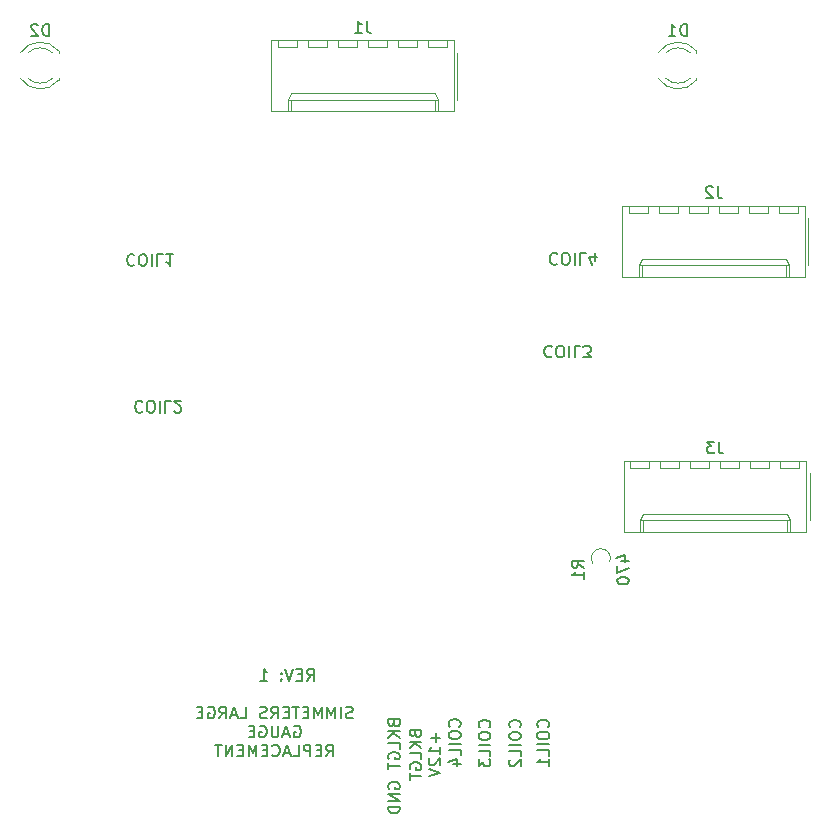
<source format=gbr>
%TF.GenerationSoftware,KiCad,Pcbnew,(6.0.7-1)-1*%
%TF.CreationDate,2023-11-13T05:52:03+10:00*%
%TF.ProjectId,Simmeters Large Guage Replacement,53696d6d-6574-4657-9273-204c61726765,rev?*%
%TF.SameCoordinates,Original*%
%TF.FileFunction,Legend,Bot*%
%TF.FilePolarity,Positive*%
%FSLAX46Y46*%
G04 Gerber Fmt 4.6, Leading zero omitted, Abs format (unit mm)*
G04 Created by KiCad (PCBNEW (6.0.7-1)-1) date 2023-11-13 05:52:03*
%MOMM*%
%LPD*%
G01*
G04 APERTURE LIST*
%ADD10C,0.150000*%
%ADD11C,0.120000*%
G04 APERTURE END LIST*
D10*
X188512657Y-129751240D02*
X188560276Y-129703621D01*
X188607895Y-129560764D01*
X188607895Y-129465526D01*
X188560276Y-129322669D01*
X188465038Y-129227431D01*
X188369800Y-129179812D01*
X188179324Y-129132193D01*
X188036467Y-129132193D01*
X187845991Y-129179812D01*
X187750753Y-129227431D01*
X187655515Y-129322669D01*
X187607895Y-129465526D01*
X187607895Y-129560764D01*
X187655515Y-129703621D01*
X187703134Y-129751240D01*
X187607895Y-130370288D02*
X187607895Y-130560764D01*
X187655515Y-130656002D01*
X187750753Y-130751240D01*
X187941229Y-130798859D01*
X188274562Y-130798859D01*
X188465038Y-130751240D01*
X188560276Y-130656002D01*
X188607895Y-130560764D01*
X188607895Y-130370288D01*
X188560276Y-130275050D01*
X188465038Y-130179812D01*
X188274562Y-130132193D01*
X187941229Y-130132193D01*
X187750753Y-130179812D01*
X187655515Y-130275050D01*
X187607895Y-130370288D01*
X188607895Y-131227431D02*
X187607895Y-131227431D01*
X188607895Y-132179812D02*
X188607895Y-131703621D01*
X187607895Y-131703621D01*
X187941229Y-132941716D02*
X188607895Y-132941716D01*
X187560276Y-132703621D02*
X188274562Y-132465526D01*
X188274562Y-133084574D01*
X179470753Y-129009335D02*
X179327895Y-129056954D01*
X179089800Y-129056954D01*
X178994562Y-129009335D01*
X178946943Y-128961716D01*
X178899324Y-128866478D01*
X178899324Y-128771240D01*
X178946943Y-128676002D01*
X178994562Y-128628383D01*
X179089800Y-128580764D01*
X179280276Y-128533145D01*
X179375515Y-128485526D01*
X179423134Y-128437907D01*
X179470753Y-128342669D01*
X179470753Y-128247431D01*
X179423134Y-128152193D01*
X179375515Y-128104574D01*
X179280276Y-128056954D01*
X179042181Y-128056954D01*
X178899324Y-128104574D01*
X178470753Y-129056954D02*
X178470753Y-128056954D01*
X177994562Y-129056954D02*
X177994562Y-128056954D01*
X177661229Y-128771240D01*
X177327895Y-128056954D01*
X177327895Y-129056954D01*
X176851705Y-129056954D02*
X176851705Y-128056954D01*
X176518372Y-128771240D01*
X176185038Y-128056954D01*
X176185038Y-129056954D01*
X175708848Y-128533145D02*
X175375515Y-128533145D01*
X175232657Y-129056954D02*
X175708848Y-129056954D01*
X175708848Y-128056954D01*
X175232657Y-128056954D01*
X174946943Y-128056954D02*
X174375515Y-128056954D01*
X174661229Y-129056954D02*
X174661229Y-128056954D01*
X174042181Y-128533145D02*
X173708848Y-128533145D01*
X173565991Y-129056954D02*
X174042181Y-129056954D01*
X174042181Y-128056954D01*
X173565991Y-128056954D01*
X172565991Y-129056954D02*
X172899324Y-128580764D01*
X173137419Y-129056954D02*
X173137419Y-128056954D01*
X172756467Y-128056954D01*
X172661229Y-128104574D01*
X172613610Y-128152193D01*
X172565991Y-128247431D01*
X172565991Y-128390288D01*
X172613610Y-128485526D01*
X172661229Y-128533145D01*
X172756467Y-128580764D01*
X173137419Y-128580764D01*
X172185038Y-129009335D02*
X172042181Y-129056954D01*
X171804086Y-129056954D01*
X171708848Y-129009335D01*
X171661229Y-128961716D01*
X171613610Y-128866478D01*
X171613610Y-128771240D01*
X171661229Y-128676002D01*
X171708848Y-128628383D01*
X171804086Y-128580764D01*
X171994562Y-128533145D01*
X172089800Y-128485526D01*
X172137419Y-128437907D01*
X172185038Y-128342669D01*
X172185038Y-128247431D01*
X172137419Y-128152193D01*
X172089800Y-128104574D01*
X171994562Y-128056954D01*
X171756467Y-128056954D01*
X171613610Y-128104574D01*
X169946943Y-129056954D02*
X170423134Y-129056954D01*
X170423134Y-128056954D01*
X169661229Y-128771240D02*
X169185038Y-128771240D01*
X169756467Y-129056954D02*
X169423134Y-128056954D01*
X169089800Y-129056954D01*
X168185038Y-129056954D02*
X168518372Y-128580764D01*
X168756467Y-129056954D02*
X168756467Y-128056954D01*
X168375515Y-128056954D01*
X168280276Y-128104574D01*
X168232657Y-128152193D01*
X168185038Y-128247431D01*
X168185038Y-128390288D01*
X168232657Y-128485526D01*
X168280276Y-128533145D01*
X168375515Y-128580764D01*
X168756467Y-128580764D01*
X167232657Y-128104574D02*
X167327895Y-128056954D01*
X167470753Y-128056954D01*
X167613610Y-128104574D01*
X167708848Y-128199812D01*
X167756467Y-128295050D01*
X167804086Y-128485526D01*
X167804086Y-128628383D01*
X167756467Y-128818859D01*
X167708848Y-128914097D01*
X167613610Y-129009335D01*
X167470753Y-129056954D01*
X167375515Y-129056954D01*
X167232657Y-129009335D01*
X167185038Y-128961716D01*
X167185038Y-128628383D01*
X167375515Y-128628383D01*
X166756467Y-128533145D02*
X166423134Y-128533145D01*
X166280276Y-129056954D02*
X166756467Y-129056954D01*
X166756467Y-128056954D01*
X166280276Y-128056954D01*
X174518372Y-129714574D02*
X174613610Y-129666954D01*
X174756467Y-129666954D01*
X174899324Y-129714574D01*
X174994562Y-129809812D01*
X175042181Y-129905050D01*
X175089800Y-130095526D01*
X175089800Y-130238383D01*
X175042181Y-130428859D01*
X174994562Y-130524097D01*
X174899324Y-130619335D01*
X174756467Y-130666954D01*
X174661229Y-130666954D01*
X174518372Y-130619335D01*
X174470753Y-130571716D01*
X174470753Y-130238383D01*
X174661229Y-130238383D01*
X174089800Y-130381240D02*
X173613610Y-130381240D01*
X174185038Y-130666954D02*
X173851705Y-129666954D01*
X173518372Y-130666954D01*
X173185038Y-129666954D02*
X173185038Y-130476478D01*
X173137419Y-130571716D01*
X173089800Y-130619335D01*
X172994562Y-130666954D01*
X172804086Y-130666954D01*
X172708848Y-130619335D01*
X172661229Y-130571716D01*
X172613610Y-130476478D01*
X172613610Y-129666954D01*
X171613610Y-129714574D02*
X171708848Y-129666954D01*
X171851705Y-129666954D01*
X171994562Y-129714574D01*
X172089800Y-129809812D01*
X172137419Y-129905050D01*
X172185038Y-130095526D01*
X172185038Y-130238383D01*
X172137419Y-130428859D01*
X172089800Y-130524097D01*
X171994562Y-130619335D01*
X171851705Y-130666954D01*
X171756467Y-130666954D01*
X171613610Y-130619335D01*
X171565991Y-130571716D01*
X171565991Y-130238383D01*
X171756467Y-130238383D01*
X171137419Y-130143145D02*
X170804086Y-130143145D01*
X170661229Y-130666954D02*
X171137419Y-130666954D01*
X171137419Y-129666954D01*
X170661229Y-129666954D01*
X177232657Y-132276954D02*
X177565991Y-131800764D01*
X177804086Y-132276954D02*
X177804086Y-131276954D01*
X177423134Y-131276954D01*
X177327895Y-131324574D01*
X177280276Y-131372193D01*
X177232657Y-131467431D01*
X177232657Y-131610288D01*
X177280276Y-131705526D01*
X177327895Y-131753145D01*
X177423134Y-131800764D01*
X177804086Y-131800764D01*
X176804086Y-131753145D02*
X176470753Y-131753145D01*
X176327895Y-132276954D02*
X176804086Y-132276954D01*
X176804086Y-131276954D01*
X176327895Y-131276954D01*
X175899324Y-132276954D02*
X175899324Y-131276954D01*
X175518372Y-131276954D01*
X175423134Y-131324574D01*
X175375515Y-131372193D01*
X175327895Y-131467431D01*
X175327895Y-131610288D01*
X175375515Y-131705526D01*
X175423134Y-131753145D01*
X175518372Y-131800764D01*
X175899324Y-131800764D01*
X174423134Y-132276954D02*
X174899324Y-132276954D01*
X174899324Y-131276954D01*
X174137419Y-131991240D02*
X173661229Y-131991240D01*
X174232657Y-132276954D02*
X173899324Y-131276954D01*
X173565991Y-132276954D01*
X172661229Y-132181716D02*
X172708848Y-132229335D01*
X172851705Y-132276954D01*
X172946943Y-132276954D01*
X173089800Y-132229335D01*
X173185038Y-132134097D01*
X173232657Y-132038859D01*
X173280276Y-131848383D01*
X173280276Y-131705526D01*
X173232657Y-131515050D01*
X173185038Y-131419812D01*
X173089800Y-131324574D01*
X172946943Y-131276954D01*
X172851705Y-131276954D01*
X172708848Y-131324574D01*
X172661229Y-131372193D01*
X172232657Y-131753145D02*
X171899324Y-131753145D01*
X171756467Y-132276954D02*
X172232657Y-132276954D01*
X172232657Y-131276954D01*
X171756467Y-131276954D01*
X171327895Y-132276954D02*
X171327895Y-131276954D01*
X170994562Y-131991240D01*
X170661229Y-131276954D01*
X170661229Y-132276954D01*
X170185038Y-131753145D02*
X169851705Y-131753145D01*
X169708848Y-132276954D02*
X170185038Y-132276954D01*
X170185038Y-131276954D01*
X169708848Y-131276954D01*
X169280276Y-132276954D02*
X169280276Y-131276954D01*
X168708848Y-132276954D01*
X168708848Y-131276954D01*
X168375515Y-131276954D02*
X167804086Y-131276954D01*
X168089800Y-132276954D02*
X168089800Y-131276954D01*
X191042657Y-129821240D02*
X191090276Y-129773621D01*
X191137895Y-129630764D01*
X191137895Y-129535526D01*
X191090276Y-129392669D01*
X190995038Y-129297431D01*
X190899800Y-129249812D01*
X190709324Y-129202193D01*
X190566467Y-129202193D01*
X190375991Y-129249812D01*
X190280753Y-129297431D01*
X190185515Y-129392669D01*
X190137895Y-129535526D01*
X190137895Y-129630764D01*
X190185515Y-129773621D01*
X190233134Y-129821240D01*
X190137895Y-130440288D02*
X190137895Y-130630764D01*
X190185515Y-130726002D01*
X190280753Y-130821240D01*
X190471229Y-130868859D01*
X190804562Y-130868859D01*
X190995038Y-130821240D01*
X191090276Y-130726002D01*
X191137895Y-130630764D01*
X191137895Y-130440288D01*
X191090276Y-130345050D01*
X190995038Y-130249812D01*
X190804562Y-130202193D01*
X190471229Y-130202193D01*
X190280753Y-130249812D01*
X190185515Y-130345050D01*
X190137895Y-130440288D01*
X191137895Y-131297431D02*
X190137895Y-131297431D01*
X191137895Y-132249812D02*
X191137895Y-131773621D01*
X190137895Y-131773621D01*
X190137895Y-132487907D02*
X190137895Y-133106954D01*
X190518848Y-132773621D01*
X190518848Y-132916478D01*
X190566467Y-133011716D01*
X190614086Y-133059335D01*
X190709324Y-133106954D01*
X190947419Y-133106954D01*
X191042657Y-133059335D01*
X191090276Y-133011716D01*
X191137895Y-132916478D01*
X191137895Y-132630764D01*
X191090276Y-132535526D01*
X191042657Y-132487907D01*
X196332181Y-97587431D02*
X196284562Y-97539812D01*
X196141705Y-97492193D01*
X196046467Y-97492193D01*
X195903610Y-97539812D01*
X195808372Y-97635050D01*
X195760753Y-97730288D01*
X195713134Y-97920764D01*
X195713134Y-98063621D01*
X195760753Y-98254097D01*
X195808372Y-98349335D01*
X195903610Y-98444574D01*
X196046467Y-98492193D01*
X196141705Y-98492193D01*
X196284562Y-98444574D01*
X196332181Y-98396954D01*
X196951229Y-98492193D02*
X197141705Y-98492193D01*
X197236943Y-98444574D01*
X197332181Y-98349335D01*
X197379800Y-98158859D01*
X197379800Y-97825526D01*
X197332181Y-97635050D01*
X197236943Y-97539812D01*
X197141705Y-97492193D01*
X196951229Y-97492193D01*
X196855991Y-97539812D01*
X196760753Y-97635050D01*
X196713134Y-97825526D01*
X196713134Y-98158859D01*
X196760753Y-98349335D01*
X196855991Y-98444574D01*
X196951229Y-98492193D01*
X197808372Y-97492193D02*
X197808372Y-98492193D01*
X198760753Y-97492193D02*
X198284562Y-97492193D01*
X198284562Y-98492193D01*
X198998848Y-98492193D02*
X199617895Y-98492193D01*
X199284562Y-98111240D01*
X199427419Y-98111240D01*
X199522657Y-98063621D01*
X199570276Y-98016002D01*
X199617895Y-97920764D01*
X199617895Y-97682669D01*
X199570276Y-97587431D01*
X199522657Y-97539812D01*
X199427419Y-97492193D01*
X199141705Y-97492193D01*
X199046467Y-97539812D01*
X198998848Y-97587431D01*
X196792181Y-89727431D02*
X196744562Y-89679812D01*
X196601705Y-89632193D01*
X196506467Y-89632193D01*
X196363610Y-89679812D01*
X196268372Y-89775050D01*
X196220753Y-89870288D01*
X196173134Y-90060764D01*
X196173134Y-90203621D01*
X196220753Y-90394097D01*
X196268372Y-90489335D01*
X196363610Y-90584574D01*
X196506467Y-90632193D01*
X196601705Y-90632193D01*
X196744562Y-90584574D01*
X196792181Y-90536954D01*
X197411229Y-90632193D02*
X197601705Y-90632193D01*
X197696943Y-90584574D01*
X197792181Y-90489335D01*
X197839800Y-90298859D01*
X197839800Y-89965526D01*
X197792181Y-89775050D01*
X197696943Y-89679812D01*
X197601705Y-89632193D01*
X197411229Y-89632193D01*
X197315991Y-89679812D01*
X197220753Y-89775050D01*
X197173134Y-89965526D01*
X197173134Y-90298859D01*
X197220753Y-90489335D01*
X197315991Y-90584574D01*
X197411229Y-90632193D01*
X198268372Y-89632193D02*
X198268372Y-90632193D01*
X199220753Y-89632193D02*
X198744562Y-89632193D01*
X198744562Y-90632193D01*
X199982657Y-90298859D02*
X199982657Y-89632193D01*
X199744562Y-90679812D02*
X199506467Y-89965526D01*
X200125515Y-89965526D01*
X161672181Y-102247431D02*
X161624562Y-102199812D01*
X161481705Y-102152193D01*
X161386467Y-102152193D01*
X161243610Y-102199812D01*
X161148372Y-102295050D01*
X161100753Y-102390288D01*
X161053134Y-102580764D01*
X161053134Y-102723621D01*
X161100753Y-102914097D01*
X161148372Y-103009335D01*
X161243610Y-103104574D01*
X161386467Y-103152193D01*
X161481705Y-103152193D01*
X161624562Y-103104574D01*
X161672181Y-103056954D01*
X162291229Y-103152193D02*
X162481705Y-103152193D01*
X162576943Y-103104574D01*
X162672181Y-103009335D01*
X162719800Y-102818859D01*
X162719800Y-102485526D01*
X162672181Y-102295050D01*
X162576943Y-102199812D01*
X162481705Y-102152193D01*
X162291229Y-102152193D01*
X162195991Y-102199812D01*
X162100753Y-102295050D01*
X162053134Y-102485526D01*
X162053134Y-102818859D01*
X162100753Y-103009335D01*
X162195991Y-103104574D01*
X162291229Y-103152193D01*
X163148372Y-102152193D02*
X163148372Y-103152193D01*
X164100753Y-102152193D02*
X163624562Y-102152193D01*
X163624562Y-103152193D01*
X164386467Y-103056954D02*
X164434086Y-103104574D01*
X164529324Y-103152193D01*
X164767419Y-103152193D01*
X164862657Y-103104574D01*
X164910276Y-103056954D01*
X164957895Y-102961716D01*
X164957895Y-102866478D01*
X164910276Y-102723621D01*
X164338848Y-102152193D01*
X164957895Y-102152193D01*
X175612181Y-125846954D02*
X175945515Y-125370764D01*
X176183610Y-125846954D02*
X176183610Y-124846954D01*
X175802657Y-124846954D01*
X175707419Y-124894574D01*
X175659800Y-124942193D01*
X175612181Y-125037431D01*
X175612181Y-125180288D01*
X175659800Y-125275526D01*
X175707419Y-125323145D01*
X175802657Y-125370764D01*
X176183610Y-125370764D01*
X175183610Y-125323145D02*
X174850276Y-125323145D01*
X174707419Y-125846954D02*
X175183610Y-125846954D01*
X175183610Y-124846954D01*
X174707419Y-124846954D01*
X174421705Y-124846954D02*
X174088372Y-125846954D01*
X173755038Y-124846954D01*
X173421705Y-125751716D02*
X173374086Y-125799335D01*
X173421705Y-125846954D01*
X173469324Y-125799335D01*
X173421705Y-125751716D01*
X173421705Y-125846954D01*
X173421705Y-125227907D02*
X173374086Y-125275526D01*
X173421705Y-125323145D01*
X173469324Y-125275526D01*
X173421705Y-125227907D01*
X173421705Y-125323145D01*
X171659800Y-125846954D02*
X172231229Y-125846954D01*
X171945515Y-125846954D02*
X171945515Y-124846954D01*
X172040753Y-124989812D01*
X172135991Y-125085050D01*
X172231229Y-125132669D01*
X184769086Y-130350288D02*
X184816705Y-130493145D01*
X184864324Y-130540764D01*
X184959562Y-130588383D01*
X185102419Y-130588383D01*
X185197657Y-130540764D01*
X185245276Y-130493145D01*
X185292895Y-130397907D01*
X185292895Y-130016954D01*
X184292895Y-130016954D01*
X184292895Y-130350288D01*
X184340515Y-130445526D01*
X184388134Y-130493145D01*
X184483372Y-130540764D01*
X184578610Y-130540764D01*
X184673848Y-130493145D01*
X184721467Y-130445526D01*
X184769086Y-130350288D01*
X184769086Y-130016954D01*
X185292895Y-131016954D02*
X184292895Y-131016954D01*
X185292895Y-131588383D02*
X184721467Y-131159812D01*
X184292895Y-131588383D02*
X184864324Y-131016954D01*
X185292895Y-132493145D02*
X185292895Y-132016954D01*
X184292895Y-132016954D01*
X184340515Y-133350288D02*
X184292895Y-133255050D01*
X184292895Y-133112193D01*
X184340515Y-132969335D01*
X184435753Y-132874097D01*
X184530991Y-132826478D01*
X184721467Y-132778859D01*
X184864324Y-132778859D01*
X185054800Y-132826478D01*
X185150038Y-132874097D01*
X185245276Y-132969335D01*
X185292895Y-133112193D01*
X185292895Y-133207431D01*
X185245276Y-133350288D01*
X185197657Y-133397907D01*
X184864324Y-133397907D01*
X184864324Y-133207431D01*
X184292895Y-133683621D02*
X184292895Y-134255050D01*
X185292895Y-133969335D02*
X184292895Y-133969335D01*
X186521943Y-130302669D02*
X186521943Y-131064574D01*
X186902895Y-130683621D02*
X186140991Y-130683621D01*
X186902895Y-132064574D02*
X186902895Y-131493145D01*
X186902895Y-131778859D02*
X185902895Y-131778859D01*
X186045753Y-131683621D01*
X186140991Y-131588383D01*
X186188610Y-131493145D01*
X185998134Y-132445526D02*
X185950515Y-132493145D01*
X185902895Y-132588383D01*
X185902895Y-132826478D01*
X185950515Y-132921716D01*
X185998134Y-132969335D01*
X186093372Y-133016954D01*
X186188610Y-133016954D01*
X186331467Y-132969335D01*
X186902895Y-132397907D01*
X186902895Y-133016954D01*
X185902895Y-133302669D02*
X186902895Y-133636002D01*
X185902895Y-133969335D01*
X193622657Y-129821240D02*
X193670276Y-129773621D01*
X193717895Y-129630764D01*
X193717895Y-129535526D01*
X193670276Y-129392669D01*
X193575038Y-129297431D01*
X193479800Y-129249812D01*
X193289324Y-129202193D01*
X193146467Y-129202193D01*
X192955991Y-129249812D01*
X192860753Y-129297431D01*
X192765515Y-129392669D01*
X192717895Y-129535526D01*
X192717895Y-129630764D01*
X192765515Y-129773621D01*
X192813134Y-129821240D01*
X192717895Y-130440288D02*
X192717895Y-130630764D01*
X192765515Y-130726002D01*
X192860753Y-130821240D01*
X193051229Y-130868859D01*
X193384562Y-130868859D01*
X193575038Y-130821240D01*
X193670276Y-130726002D01*
X193717895Y-130630764D01*
X193717895Y-130440288D01*
X193670276Y-130345050D01*
X193575038Y-130249812D01*
X193384562Y-130202193D01*
X193051229Y-130202193D01*
X192860753Y-130249812D01*
X192765515Y-130345050D01*
X192717895Y-130440288D01*
X193717895Y-131297431D02*
X192717895Y-131297431D01*
X193717895Y-132249812D02*
X193717895Y-131773621D01*
X192717895Y-131773621D01*
X192813134Y-132535526D02*
X192765515Y-132583145D01*
X192717895Y-132678383D01*
X192717895Y-132916478D01*
X192765515Y-133011716D01*
X192813134Y-133059335D01*
X192908372Y-133106954D01*
X193003610Y-133106954D01*
X193146467Y-133059335D01*
X193717895Y-132487907D01*
X193717895Y-133106954D01*
X182954086Y-129463502D02*
X183001705Y-129606359D01*
X183049324Y-129653978D01*
X183144562Y-129701597D01*
X183287419Y-129701597D01*
X183382657Y-129653978D01*
X183430276Y-129606359D01*
X183477895Y-129511121D01*
X183477895Y-129130169D01*
X182477895Y-129130169D01*
X182477895Y-129463502D01*
X182525515Y-129558740D01*
X182573134Y-129606359D01*
X182668372Y-129653978D01*
X182763610Y-129653978D01*
X182858848Y-129606359D01*
X182906467Y-129558740D01*
X182954086Y-129463502D01*
X182954086Y-129130169D01*
X183477895Y-130130169D02*
X182477895Y-130130169D01*
X183477895Y-130701597D02*
X182906467Y-130273026D01*
X182477895Y-130701597D02*
X183049324Y-130130169D01*
X183477895Y-131606359D02*
X183477895Y-131130169D01*
X182477895Y-131130169D01*
X182525515Y-132463502D02*
X182477895Y-132368264D01*
X182477895Y-132225407D01*
X182525515Y-132082550D01*
X182620753Y-131987312D01*
X182715991Y-131939693D01*
X182906467Y-131892074D01*
X183049324Y-131892074D01*
X183239800Y-131939693D01*
X183335038Y-131987312D01*
X183430276Y-132082550D01*
X183477895Y-132225407D01*
X183477895Y-132320645D01*
X183430276Y-132463502D01*
X183382657Y-132511121D01*
X183049324Y-132511121D01*
X183049324Y-132320645D01*
X182477895Y-132796835D02*
X182477895Y-133368264D01*
X183477895Y-133082550D02*
X182477895Y-133082550D01*
X182525515Y-134987312D02*
X182477895Y-134892074D01*
X182477895Y-134749216D01*
X182525515Y-134606359D01*
X182620753Y-134511121D01*
X182715991Y-134463502D01*
X182906467Y-134415883D01*
X183049324Y-134415883D01*
X183239800Y-134463502D01*
X183335038Y-134511121D01*
X183430276Y-134606359D01*
X183477895Y-134749216D01*
X183477895Y-134844454D01*
X183430276Y-134987312D01*
X183382657Y-135034931D01*
X183049324Y-135034931D01*
X183049324Y-134844454D01*
X183477895Y-135463502D02*
X182477895Y-135463502D01*
X183477895Y-136034931D01*
X182477895Y-136034931D01*
X183477895Y-136511121D02*
X182477895Y-136511121D01*
X182477895Y-136749216D01*
X182525515Y-136892074D01*
X182620753Y-136987312D01*
X182715991Y-137034931D01*
X182906467Y-137082550D01*
X183049324Y-137082550D01*
X183239800Y-137034931D01*
X183335038Y-136987312D01*
X183430276Y-136892074D01*
X183477895Y-136749216D01*
X183477895Y-136511121D01*
X196012657Y-129781240D02*
X196060276Y-129733621D01*
X196107895Y-129590764D01*
X196107895Y-129495526D01*
X196060276Y-129352669D01*
X195965038Y-129257431D01*
X195869800Y-129209812D01*
X195679324Y-129162193D01*
X195536467Y-129162193D01*
X195345991Y-129209812D01*
X195250753Y-129257431D01*
X195155515Y-129352669D01*
X195107895Y-129495526D01*
X195107895Y-129590764D01*
X195155515Y-129733621D01*
X195203134Y-129781240D01*
X195107895Y-130400288D02*
X195107895Y-130590764D01*
X195155515Y-130686002D01*
X195250753Y-130781240D01*
X195441229Y-130828859D01*
X195774562Y-130828859D01*
X195965038Y-130781240D01*
X196060276Y-130686002D01*
X196107895Y-130590764D01*
X196107895Y-130400288D01*
X196060276Y-130305050D01*
X195965038Y-130209812D01*
X195774562Y-130162193D01*
X195441229Y-130162193D01*
X195250753Y-130209812D01*
X195155515Y-130305050D01*
X195107895Y-130400288D01*
X196107895Y-131257431D02*
X195107895Y-131257431D01*
X196107895Y-132209812D02*
X196107895Y-131733621D01*
X195107895Y-131733621D01*
X196107895Y-133066954D02*
X196107895Y-132495526D01*
X196107895Y-132781240D02*
X195107895Y-132781240D01*
X195250753Y-132686002D01*
X195345991Y-132590764D01*
X195393610Y-132495526D01*
X160992181Y-89827431D02*
X160944562Y-89779812D01*
X160801705Y-89732193D01*
X160706467Y-89732193D01*
X160563610Y-89779812D01*
X160468372Y-89875050D01*
X160420753Y-89970288D01*
X160373134Y-90160764D01*
X160373134Y-90303621D01*
X160420753Y-90494097D01*
X160468372Y-90589335D01*
X160563610Y-90684574D01*
X160706467Y-90732193D01*
X160801705Y-90732193D01*
X160944562Y-90684574D01*
X160992181Y-90636954D01*
X161611229Y-90732193D02*
X161801705Y-90732193D01*
X161896943Y-90684574D01*
X161992181Y-90589335D01*
X162039800Y-90398859D01*
X162039800Y-90065526D01*
X161992181Y-89875050D01*
X161896943Y-89779812D01*
X161801705Y-89732193D01*
X161611229Y-89732193D01*
X161515991Y-89779812D01*
X161420753Y-89875050D01*
X161373134Y-90065526D01*
X161373134Y-90398859D01*
X161420753Y-90589335D01*
X161515991Y-90684574D01*
X161611229Y-90732193D01*
X162468372Y-89732193D02*
X162468372Y-90732193D01*
X163420753Y-89732193D02*
X162944562Y-89732193D01*
X162944562Y-90732193D01*
X164277895Y-89732193D02*
X163706467Y-89732193D01*
X163992181Y-89732193D02*
X163992181Y-90732193D01*
X163896943Y-90589335D01*
X163801705Y-90494097D01*
X163706467Y-90446478D01*
%TO.C,J1*%
X180656833Y-70006980D02*
X180656833Y-70721266D01*
X180704452Y-70864123D01*
X180799690Y-70959361D01*
X180942547Y-71006980D01*
X181037785Y-71006980D01*
X179656833Y-71006980D02*
X180228261Y-71006980D01*
X179942547Y-71006980D02*
X179942547Y-70006980D01*
X180037785Y-70149838D01*
X180133023Y-70245076D01*
X180228261Y-70292695D01*
%TO.C,R1*%
X199017880Y-116277933D02*
X198541690Y-115944600D01*
X199017880Y-115706504D02*
X198017880Y-115706504D01*
X198017880Y-116087457D01*
X198065500Y-116182695D01*
X198113119Y-116230314D01*
X198208357Y-116277933D01*
X198351214Y-116277933D01*
X198446452Y-116230314D01*
X198494071Y-116182695D01*
X198541690Y-116087457D01*
X198541690Y-115706504D01*
X199017880Y-117230314D02*
X199017880Y-116658885D01*
X199017880Y-116944600D02*
X198017880Y-116944600D01*
X198160738Y-116849361D01*
X198255976Y-116754123D01*
X198303595Y-116658885D01*
X202191214Y-115682695D02*
X202857880Y-115682695D01*
X201810261Y-115444600D02*
X202524547Y-115206504D01*
X202524547Y-115825552D01*
X201857880Y-116111266D02*
X201857880Y-116777933D01*
X202857880Y-116349361D01*
X201857880Y-117349361D02*
X201857880Y-117444600D01*
X201905500Y-117539838D01*
X201953119Y-117587457D01*
X202048357Y-117635076D01*
X202238833Y-117682695D01*
X202476928Y-117682695D01*
X202667404Y-117635076D01*
X202762642Y-117587457D01*
X202810261Y-117539838D01*
X202857880Y-117444600D01*
X202857880Y-117349361D01*
X202810261Y-117254123D01*
X202762642Y-117206504D01*
X202667404Y-117158885D01*
X202476928Y-117111266D01*
X202238833Y-117111266D01*
X202048357Y-117158885D01*
X201953119Y-117206504D01*
X201905500Y-117254123D01*
X201857880Y-117349361D01*
%TO.C,J2*%
X210374833Y-83996980D02*
X210374833Y-84711266D01*
X210422452Y-84854123D01*
X210517690Y-84949361D01*
X210660547Y-84996980D01*
X210755785Y-84996980D01*
X209946261Y-84092219D02*
X209898642Y-84044600D01*
X209803404Y-83996980D01*
X209565309Y-83996980D01*
X209470071Y-84044600D01*
X209422452Y-84092219D01*
X209374833Y-84187457D01*
X209374833Y-84282695D01*
X209422452Y-84425552D01*
X209993880Y-84996980D01*
X209374833Y-84996980D01*
%TO.C,D2*%
X153758595Y-71266980D02*
X153758595Y-70266980D01*
X153520500Y-70266980D01*
X153377642Y-70314600D01*
X153282404Y-70409838D01*
X153234785Y-70505076D01*
X153187166Y-70695552D01*
X153187166Y-70838409D01*
X153234785Y-71028885D01*
X153282404Y-71124123D01*
X153377642Y-71219361D01*
X153520500Y-71266980D01*
X153758595Y-71266980D01*
X152806214Y-70362219D02*
X152758595Y-70314600D01*
X152663357Y-70266980D01*
X152425261Y-70266980D01*
X152330023Y-70314600D01*
X152282404Y-70362219D01*
X152234785Y-70457457D01*
X152234785Y-70552695D01*
X152282404Y-70695552D01*
X152853833Y-71266980D01*
X152234785Y-71266980D01*
%TO.C,J3*%
X210468833Y-105616980D02*
X210468833Y-106331266D01*
X210516452Y-106474123D01*
X210611690Y-106569361D01*
X210754547Y-106616980D01*
X210849785Y-106616980D01*
X210087880Y-105616980D02*
X209468833Y-105616980D01*
X209802166Y-105997933D01*
X209659309Y-105997933D01*
X209564071Y-106045552D01*
X209516452Y-106093171D01*
X209468833Y-106188409D01*
X209468833Y-106426504D01*
X209516452Y-106521742D01*
X209564071Y-106569361D01*
X209659309Y-106616980D01*
X209945023Y-106616980D01*
X210040261Y-106569361D01*
X210087880Y-106521742D01*
%TO.C,D1*%
X207758595Y-71266980D02*
X207758595Y-70266980D01*
X207520500Y-70266980D01*
X207377642Y-70314600D01*
X207282404Y-70409838D01*
X207234785Y-70505076D01*
X207187166Y-70695552D01*
X207187166Y-70838409D01*
X207234785Y-71028885D01*
X207282404Y-71124123D01*
X207377642Y-71219361D01*
X207520500Y-71266980D01*
X207758595Y-71266980D01*
X206234785Y-71266980D02*
X206806214Y-71266980D01*
X206520500Y-71266980D02*
X206520500Y-70266980D01*
X206615738Y-70409838D01*
X206710976Y-70505076D01*
X206806214Y-70552695D01*
D11*
%TO.C,J1*%
X182393500Y-72244600D02*
X180793500Y-72244600D01*
X180793500Y-72244600D02*
X180793500Y-71644600D01*
X186673500Y-77664600D02*
X186673500Y-76664600D01*
X188053500Y-77664600D02*
X172593500Y-77664600D01*
X174223500Y-76134600D02*
X173973500Y-76664600D01*
X184933500Y-72244600D02*
X183333500Y-72244600D01*
X186673500Y-76664600D02*
X173973500Y-76664600D01*
X188343500Y-72674600D02*
X188343500Y-76674600D01*
X177313500Y-72244600D02*
X175713500Y-72244600D01*
X175713500Y-72244600D02*
X175713500Y-71644600D01*
X182393500Y-71644600D02*
X182393500Y-72244600D01*
X173173500Y-72244600D02*
X173173500Y-71644600D01*
X172593500Y-77664600D02*
X172593500Y-71644600D01*
X177313500Y-71644600D02*
X177313500Y-72244600D01*
X178253500Y-72244600D02*
X178253500Y-71644600D01*
X186423500Y-77664600D02*
X186423500Y-76664600D01*
X179853500Y-72244600D02*
X178253500Y-72244600D01*
X188053500Y-71644600D02*
X188053500Y-77664600D01*
X187473500Y-72244600D02*
X185873500Y-72244600D01*
X174773500Y-71644600D02*
X174773500Y-72244600D01*
X185873500Y-72244600D02*
X185873500Y-71644600D01*
X186673500Y-76664600D02*
X186423500Y-76134600D01*
X179853500Y-71644600D02*
X179853500Y-72244600D01*
X186423500Y-76134600D02*
X174223500Y-76134600D01*
X183333500Y-72244600D02*
X183333500Y-71644600D01*
X184933500Y-71644600D02*
X184933500Y-72244600D01*
X174223500Y-77664600D02*
X174223500Y-76664600D01*
X173973500Y-76664600D02*
X173973500Y-77664600D01*
X174773500Y-72244600D02*
X173173500Y-72244600D01*
X172593500Y-71644600D02*
X188053500Y-71644600D01*
X187473500Y-71644600D02*
X187473500Y-72244600D01*
%TO.C,R1*%
X201234859Y-115814695D02*
G75*
G03*
X199785500Y-115911733I-749359J320095D01*
G01*
%TO.C,J2*%
X209571500Y-86234600D02*
X207971500Y-86234600D01*
X213051500Y-86234600D02*
X213051500Y-85634600D01*
X210511500Y-86234600D02*
X210511500Y-85634600D01*
X217771500Y-91654600D02*
X202311500Y-91654600D01*
X203941500Y-90124600D02*
X203691500Y-90654600D01*
X209571500Y-85634600D02*
X209571500Y-86234600D01*
X202311500Y-85634600D02*
X217771500Y-85634600D01*
X204491500Y-85634600D02*
X204491500Y-86234600D01*
X217191500Y-86234600D02*
X215591500Y-86234600D01*
X216391500Y-90654600D02*
X203691500Y-90654600D01*
X204491500Y-86234600D02*
X202891500Y-86234600D01*
X207031500Y-86234600D02*
X205431500Y-86234600D01*
X202891500Y-86234600D02*
X202891500Y-85634600D01*
X214651500Y-85634600D02*
X214651500Y-86234600D01*
X217191500Y-85634600D02*
X217191500Y-86234600D01*
X205431500Y-86234600D02*
X205431500Y-85634600D01*
X215591500Y-86234600D02*
X215591500Y-85634600D01*
X218061500Y-86664600D02*
X218061500Y-90664600D01*
X202311500Y-91654600D02*
X202311500Y-85634600D01*
X212111500Y-86234600D02*
X210511500Y-86234600D01*
X216141500Y-91654600D02*
X216141500Y-90654600D01*
X203691500Y-90654600D02*
X203691500Y-91654600D01*
X214651500Y-86234600D02*
X213051500Y-86234600D01*
X216141500Y-90124600D02*
X203941500Y-90124600D01*
X217771500Y-85634600D02*
X217771500Y-91654600D01*
X216391500Y-90654600D02*
X216141500Y-90124600D01*
X212111500Y-85634600D02*
X212111500Y-86234600D01*
X203941500Y-91654600D02*
X203941500Y-90654600D01*
X216391500Y-91654600D02*
X216391500Y-90654600D01*
X207971500Y-86234600D02*
X207971500Y-85634600D01*
X207031500Y-85634600D02*
X207031500Y-86234600D01*
%TO.C,D2*%
X154580500Y-74854600D02*
X154580500Y-75010600D01*
X154580500Y-72538600D02*
X154580500Y-72694600D01*
X151979370Y-74854437D02*
G75*
G03*
X154061461Y-74854600I1041130J1079837D01*
G01*
X154580500Y-72539084D02*
G75*
G03*
X151348165Y-72695992I-1560000J-1235516D01*
G01*
X151348165Y-74853208D02*
G75*
G03*
X154580500Y-75010116I1672335J1078608D01*
G01*
X154061461Y-72694600D02*
G75*
G03*
X151979370Y-72694763I-1040961J-1080000D01*
G01*
%TO.C,J3*%
X215685500Y-107854600D02*
X215685500Y-107254600D01*
X205525500Y-107854600D02*
X205525500Y-107254600D01*
X216235500Y-111744600D02*
X204035500Y-111744600D01*
X208065500Y-107854600D02*
X208065500Y-107254600D01*
X216485500Y-113274600D02*
X216485500Y-112274600D01*
X214745500Y-107854600D02*
X213145500Y-107854600D01*
X213145500Y-107854600D02*
X213145500Y-107254600D01*
X207125500Y-107254600D02*
X207125500Y-107854600D01*
X209665500Y-107854600D02*
X208065500Y-107854600D01*
X216485500Y-112274600D02*
X216235500Y-111744600D01*
X204585500Y-107854600D02*
X202985500Y-107854600D01*
X204035500Y-111744600D02*
X203785500Y-112274600D01*
X207125500Y-107854600D02*
X205525500Y-107854600D01*
X209665500Y-107254600D02*
X209665500Y-107854600D01*
X218155500Y-108284600D02*
X218155500Y-112284600D01*
X217865500Y-107254600D02*
X217865500Y-113274600D01*
X217865500Y-113274600D02*
X202405500Y-113274600D01*
X202405500Y-113274600D02*
X202405500Y-107254600D01*
X204585500Y-107254600D02*
X204585500Y-107854600D01*
X212205500Y-107854600D02*
X210605500Y-107854600D01*
X202985500Y-107854600D02*
X202985500Y-107254600D01*
X210605500Y-107854600D02*
X210605500Y-107254600D01*
X203785500Y-112274600D02*
X203785500Y-113274600D01*
X202405500Y-107254600D02*
X217865500Y-107254600D01*
X214745500Y-107254600D02*
X214745500Y-107854600D01*
X204035500Y-113274600D02*
X204035500Y-112274600D01*
X217285500Y-107854600D02*
X215685500Y-107854600D01*
X217285500Y-107254600D02*
X217285500Y-107854600D01*
X216485500Y-112274600D02*
X203785500Y-112274600D01*
X216235500Y-113274600D02*
X216235500Y-112274600D01*
X212205500Y-107254600D02*
X212205500Y-107854600D01*
%TO.C,D1*%
X208580500Y-74854600D02*
X208580500Y-75010600D01*
X208580500Y-72538600D02*
X208580500Y-72694600D01*
X208061461Y-72694600D02*
G75*
G03*
X205979370Y-72694763I-1040961J-1080000D01*
G01*
X208580500Y-72539084D02*
G75*
G03*
X205348165Y-72695992I-1560000J-1235516D01*
G01*
X205979370Y-74854437D02*
G75*
G03*
X208061461Y-74854600I1041130J1079837D01*
G01*
X205348165Y-74853208D02*
G75*
G03*
X208580500Y-75010116I1672335J1078608D01*
G01*
%TD*%
M02*

</source>
